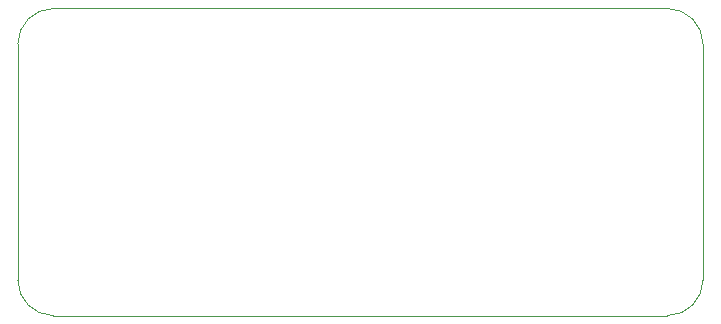
<source format=gm1>
G04 #@! TF.GenerationSoftware,KiCad,Pcbnew,(5.1.5)-3*
G04 #@! TF.CreationDate,2021-10-17T17:05:07-07:00*
G04 #@! TF.ProjectId,D24V22Fx_breakout,44323456-3232-4467-985f-627265616b6f,rev?*
G04 #@! TF.SameCoordinates,Original*
G04 #@! TF.FileFunction,Profile,NP*
%FSLAX46Y46*%
G04 Gerber Fmt 4.6, Leading zero omitted, Abs format (unit mm)*
G04 Created by KiCad (PCBNEW (5.1.5)-3) date 2021-10-17 17:05:07*
%MOMM*%
%LPD*%
G04 APERTURE LIST*
%ADD10C,0.120000*%
G04 APERTURE END LIST*
D10*
X117000000Y-70000000D02*
G75*
G02X120000000Y-67000000I3000000J0D01*
G01*
X120000000Y-93000000D02*
G75*
G02X117000000Y-90000000I0J3000000D01*
G01*
X175000000Y-90000000D02*
G75*
G02X172000000Y-93000000I-3000000J0D01*
G01*
X172000000Y-67000000D02*
G75*
G02X175000000Y-70000000I0J-3000000D01*
G01*
X175000000Y-90000000D02*
X175000000Y-70000000D01*
X120000000Y-93000000D02*
X172000000Y-93000000D01*
X117000000Y-70000000D02*
X117000000Y-90000000D01*
X172000000Y-67000000D02*
X120000000Y-67000000D01*
M02*

</source>
